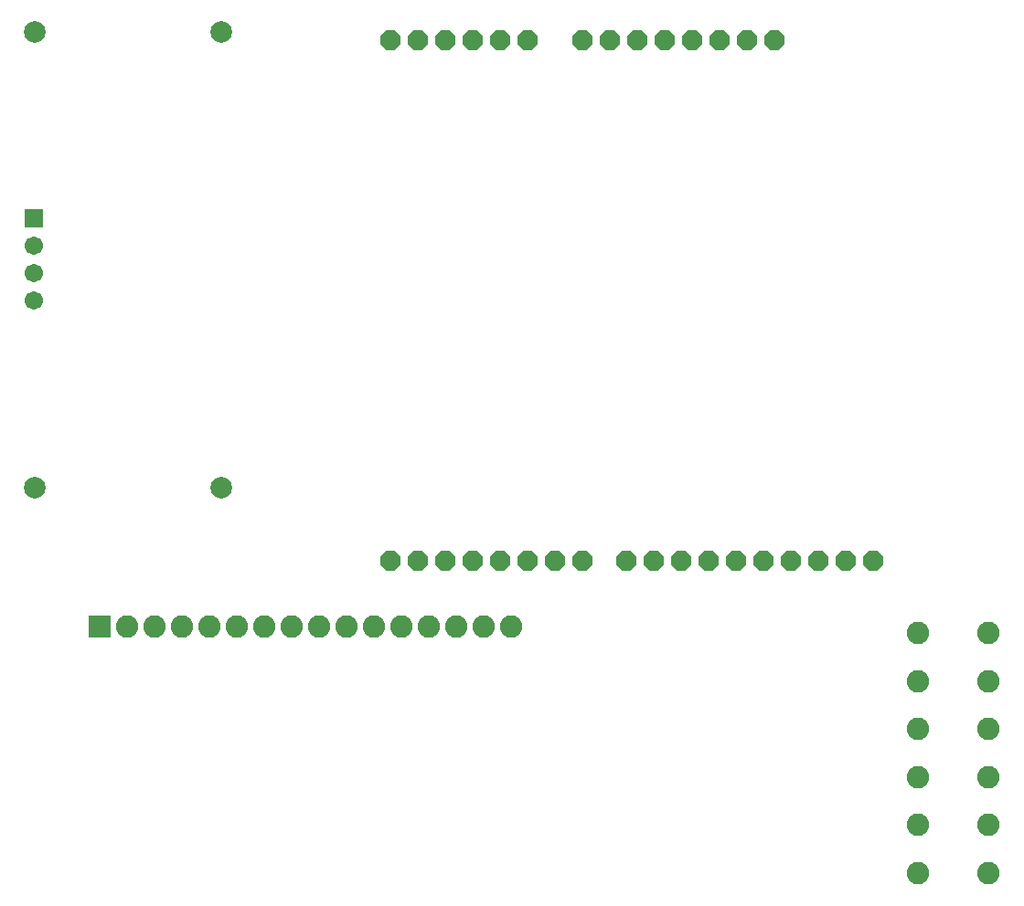
<source format=gbr>
G04 EAGLE Gerber X2 export*
%TF.Part,Single*%
%TF.FileFunction,Soldermask,Top,1*%
%TF.FilePolarity,Negative*%
%TF.GenerationSoftware,Autodesk,EAGLE,9.1.3*%
%TF.CreationDate,2018-12-04T08:52:57Z*%
G75*
%MOMM*%
%FSLAX34Y34*%
%LPD*%
%AMOC8*
5,1,8,0,0,1.08239X$1,22.5*%
G01*
%ADD10R,2.082800X2.082800*%
%ADD11C,2.082800*%
%ADD12C,2.003200*%
%ADD13R,1.711200X1.711200*%
%ADD14C,1.711200*%
%ADD15P,2.034460X8X202.500000*%


D10*
X86400Y332800D03*
D11*
X111800Y332800D03*
X137200Y332800D03*
X162600Y332800D03*
X188000Y332800D03*
X213400Y332800D03*
X238800Y332800D03*
X264200Y332800D03*
X289600Y332800D03*
X315000Y332800D03*
X340400Y332800D03*
X365800Y332800D03*
X391200Y332800D03*
X416600Y332800D03*
X442000Y332800D03*
X467400Y332800D03*
X843788Y238506D03*
X908812Y238506D03*
X843788Y193294D03*
X908812Y193294D03*
X843788Y149606D03*
X908812Y149606D03*
X843788Y104394D03*
X908812Y104394D03*
X843788Y327406D03*
X908812Y327406D03*
X843788Y282194D03*
X908812Y282194D03*
D12*
X198300Y884100D03*
X26300Y884100D03*
X26300Y462100D03*
X198300Y462100D03*
D13*
X25400Y711200D03*
D14*
X25400Y685800D03*
X25400Y660400D03*
X25400Y635000D03*
D15*
X457200Y393700D03*
X482600Y876300D03*
X431800Y393700D03*
X406400Y393700D03*
X381000Y393700D03*
X355600Y393700D03*
X482600Y393700D03*
X508000Y393700D03*
X533400Y393700D03*
X574040Y393700D03*
X599440Y393700D03*
X624840Y393700D03*
X650240Y393700D03*
X675640Y393700D03*
X701040Y393700D03*
X726440Y393700D03*
X751840Y393700D03*
X457200Y876300D03*
X431800Y876300D03*
X406400Y876300D03*
X381000Y876300D03*
X355600Y876300D03*
X533400Y876300D03*
X558800Y876300D03*
X584200Y876300D03*
X609600Y876300D03*
X635000Y876300D03*
X660400Y876300D03*
X777240Y393700D03*
X802640Y393700D03*
X685800Y876300D03*
X711200Y876300D03*
M02*

</source>
